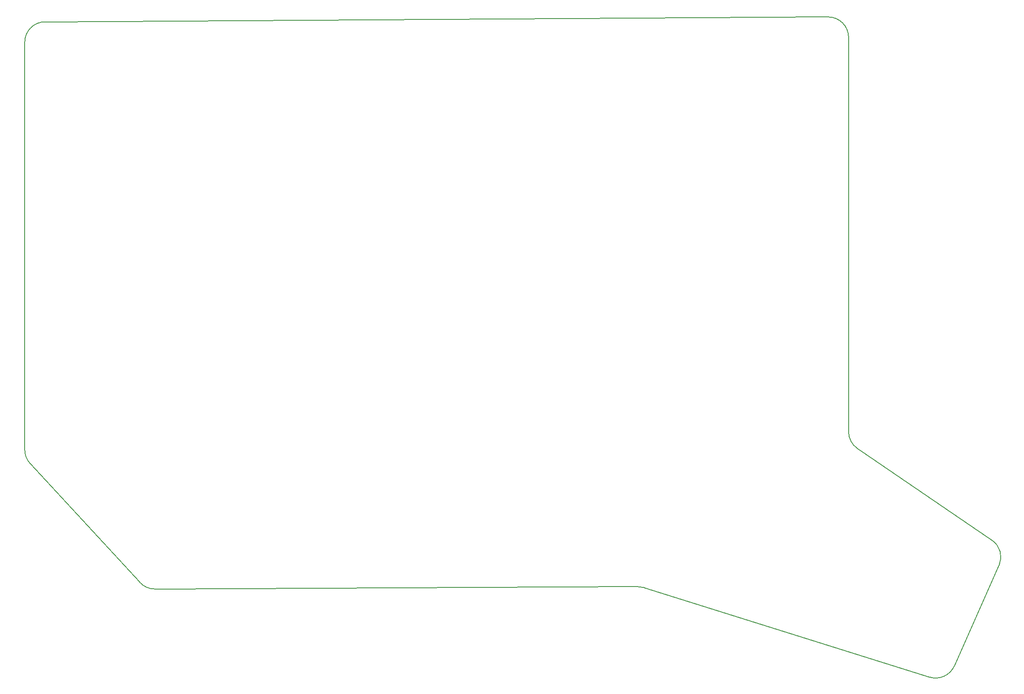
<source format=gbr>
%TF.GenerationSoftware,KiCad,Pcbnew,8.0.6*%
%TF.CreationDate,2024-11-25T22:34:03-05:00*%
%TF.ProjectId,jonkey-v2,6a6f6e6b-6579-42d7-9632-2e6b69636164,v1.0.0*%
%TF.SameCoordinates,Original*%
%TF.FileFunction,Profile,NP*%
%FSLAX46Y46*%
G04 Gerber Fmt 4.6, Leading zero omitted, Abs format (unit mm)*
G04 Created by KiCad (PCBNEW 8.0.6) date 2024-11-25 22:34:03*
%MOMM*%
%LPD*%
G01*
G04 APERTURE LIST*
%TA.AperFunction,Profile*%
%ADD10C,0.150000*%
%TD*%
G04 APERTURE END LIST*
D10*
X118763591Y-188741631D02*
G75*
G02*
X115804302Y-187453610I-18991J3999931D01*
G01*
X270626970Y-206026438D02*
X214703317Y-188475619D01*
X250725233Y-76524921D02*
G75*
G02*
X254749956Y-80524844I24767J-3999879D01*
G01*
X256495939Y-161190965D02*
G75*
G02*
X254749965Y-157886542I2254061J3304465D01*
G01*
X213486593Y-188292130D02*
G75*
G02*
X214703320Y-188475611I19007J-3999970D01*
G01*
X213486594Y-188292130D02*
X118763591Y-188741631D01*
X93250000Y-81475309D02*
G75*
G02*
X97225233Y-77475377I4000000J9D01*
G01*
X284262782Y-184107983D02*
X275478894Y-203836918D01*
X94309692Y-164148929D02*
G75*
G02*
X93250004Y-161436995I2940308J2711929D01*
G01*
X115804301Y-187453610D02*
X94309692Y-164148929D01*
X97225233Y-77475386D02*
X250725233Y-76524921D01*
X93250000Y-161436995D02*
X93250000Y-81475309D01*
X254750000Y-80524844D02*
X254750000Y-157886542D01*
X282862661Y-179176613D02*
G75*
G02*
X284262741Y-184107965I-2254061J-3304387D01*
G01*
X275478894Y-203836918D02*
G75*
G02*
X270626961Y-206026467I-3654194J1626918D01*
G01*
X256495939Y-161190965D02*
X282862661Y-179176614D01*
M02*

</source>
